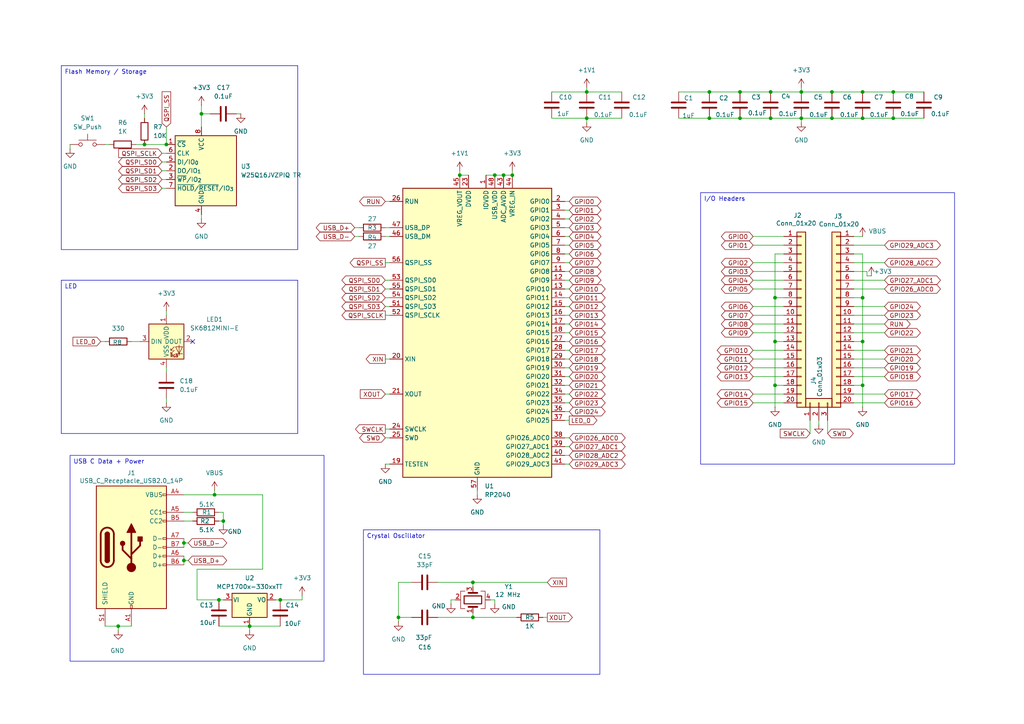
<source format=kicad_sch>
(kicad_sch (version 20250114) (generator "eeschema") (generator_version "9.0")
  (paper "A4")
  (lib_symbols
    (symbol "Connector:USB_C_Receptacle_USB2.0_14P" (pin_names (offset 1.016))
      (property "Reference" "J" (at 0 22.225 0))
      (property "Value" "USB_C_Receptacle_USB2.0_14P" (at 0 19.685 0))
      (symbol "USB_C_Receptacle_USB2.0_14P_1_1"
        (pin passive line (at -7.62 -22.86 90) (length 5.08) (name "SHIELD") (number "S1"))
        (pin passive line (at 0 -22.86 90) (length 5.08) (name "GND") (number "A1"))
        (pin passive line (at 0 -22.86 90) (length 5.08) (hide yes) (name "GND") (number "A12"))
        (pin passive line (at 0 -22.86 90) (length 5.08) (hide yes) (name "GND") (number "B1"))
        (pin passive line (at 0 -22.86 90) (length 5.08) (hide yes) (name "GND") (number "B12"))
        (pin passive line (at 15.24 15.24 180) (length 5.08) (name "VBUS") (number "A4"))
        (pin passive line (at 15.24 15.24 180) (length 5.08) (hide yes) (name "VBUS") (number "A9"))
        (pin passive line (at 15.24 15.24 180) (length 5.08) (hide yes) (name "VBUS") (number "B4"))
        (pin passive line (at 15.24 15.24 180) (length 5.08) (hide yes) (name "VBUS") (number "B9"))
        (pin bidirectional line (at 15.24 10.16 180) (length 5.08) (name "CC1") (number "A5"))
        (pin bidirectional line (at 15.24 7.62 180) (length 5.08) (name "CC2") (number "B5"))
        (pin bidirectional line (at 15.24 2.54 180) (length 5.08) (name "D-") (number "A7"))
        (pin bidirectional line (at 15.24 0 180) (length 5.08) (name "D-") (number "B7"))
        (pin bidirectional line (at 15.24 -2.54 180) (length 5.08) (name "D+") (number "A6"))
        (pin bidirectional line (at 15.24 -5.08 180) (length 5.08) (name "D+") (number "B6"))
      )
    )
    (symbol "Connector_Generic:Conn_01x03" (pin_names (offset 1.016) (hide yes))
      (property "Reference" "J" (at 0 5.08 0))
      (property "Value" "Conn_01x03" (at 0 -5.08 0))
      (symbol "Conn_01x03_1_1"
        (pin passive line (at -5.08 2.54 0) (length 3.81) (name "Pin_1") (number "1"))
        (pin passive line (at -5.08 0 0) (length 3.81) (name "Pin_2") (number "2"))
        (pin passive line (at -5.08 -2.54 0) (length 3.81) (name "Pin_3") (number "3"))
      )
    )
    (symbol "Connector_Generic:Conn_01x20" (pin_names (offset 1.016) (hide yes))
      (property "Reference" "J" (at 0 25.4 0))
      (property "Value" "Conn_01x20" (at 0 -27.94 0))
      (symbol "Conn_01x20_1_1"
        (pin passive line (at -5.08 22.86 0) (length 3.81) (name "Pin_1") (number "1"))
        (pin passive line (at -5.08 20.32 0) (length 3.81) (name "Pin_2") (number "2"))
        (pin passive line (at -5.08 17.78 0) (length 3.81) (name "Pin_3") (number "3"))
        (pin passive line (at -5.08 15.24 0) (length 3.81) (name "Pin_4") (number "4"))
        (pin passive line (at -5.08 12.7 0) (length 3.81) (name "Pin_5") (number "5"))
        (pin passive line (at -5.08 10.16 0) (length 3.81) (name "Pin_6") (number "6"))
        (pin passive line (at -5.08 7.62 0) (length 3.81) (name "Pin_7") (number "7"))
        (pin passive line (at -5.08 5.08 0) (length 3.81) (name "Pin_8") (number "8"))
        (pin passive line (at -5.08 2.54 0) (length 3.81) (name "Pin_9") (number "9"))
        (pin passive line (at -5.08 0 0) (length 3.81) (name "Pin_10") (number "10"))
        (pin passive line (at -5.08 -2.54 0) (length 3.81) (name "Pin_11") (number "11"))
        (pin passive line (at -5.08 -5.08 0) (length 3.81) (name "Pin_12") (number "12"))
        (pin passive line (at -5.08 -7.62 0) (length 3.81) (name "Pin_13") (number "13"))
        (pin passive line (at -5.08 -10.16 0) (length 3.81) (name "Pin_14") (number "14"))
        (pin passive line (at -5.08 -12.7 0) (length 3.81) (name "Pin_15") (number "15"))
        (pin passive line (at -5.08 -15.24 0) (length 3.81) (name "Pin_16") (number "16"))
        (pin passive line (at -5.08 -17.78 0) (length 3.81) (name "Pin_17") (number "17"))
        (pin passive line (at -5.08 -20.32 0) (length 3.81) (name "Pin_18") (number "18"))
        (pin passive line (at -5.08 -22.86 0) (length 3.81) (name "Pin_19") (number "19"))
        (pin passive line (at -5.08 -25.4 0) (length 3.81) (name "Pin_20") (number "20"))
      )
    )
    (symbol "Device:C" (pin_numbers (hide yes)) (pin_names (offset 0.254))
      (property "Reference" "C" (at 0.635 2.54 0))
      (property "Value" "C" (at 0.635 -2.54 0))
      (symbol "C_1_1"
        (pin passive line (at 0 3.81 270) (length 2.794) (name "~") (number "1"))
        (pin passive line (at 0 -3.81 90) (length 2.794) (name "~") (number "2"))
      )
    )
    (symbol "Device:Crystal_GND24" (pin_names (offset 1.016) (hide yes))
      (property "Reference" "Y" (at 3.175 5.08 0))
      (property "Value" "Crystal_GND24" (at 3.175 3.175 0))
      (symbol "Crystal_GND24_1_1"
        (pin passive line (at -3.81 0 0) (length 1.27) (name "1") (number "1"))
        (pin passive line (at 0 5.08 270) (length 1.27) (name "2") (number "2"))
        (pin passive line (at 0 -5.08 90) (length 1.27) (name "4") (number "4"))
        (pin passive line (at 3.81 0 180) (length 1.27) (name "3") (number "3"))
      )
    )
    (symbol "Device:R" (pin_numbers (hide yes)) (pin_names (offset 0))
      (property "Reference" "R" (at 2.032 0 90))
      (property "Value" "R" (at 0 0 90))
      (symbol "R_1_1"
        (pin passive line (at 0 3.81 270) (length 1.27) (name "~") (number "1"))
        (pin passive line (at 0 -3.81 90) (length 1.27) (name "~") (number "2"))
      )
    )
    (symbol "MCU_RaspberryPi:RP2040"
      (property "Reference" "U" (at 17.78 45.72 0))
      (property "Value" "RP2040" (at 17.78 43.18 0))
      (symbol "RP2040_1_1"
        (pin input line (at -25.4 38.1 0) (length 3.81) (name "RUN") (number "26"))
        (pin bidirectional line (at -25.4 30.48 0) (length 3.81) (name "USB_DP") (number "47"))
        (pin bidirectional line (at -25.4 27.94 0) (length 3.81) (name "USB_DM") (number "46"))
        (pin bidirectional line (at -25.4 20.32 0) (length 3.81) (name "QSPI_SS") (number "56"))
        (pin bidirectional line (at -25.4 15.24 0) (length 3.81) (name "QSPI_SD0") (number "53"))
        (pin bidirectional line (at -25.4 12.7 0) (length 3.81) (name "QSPI_SD1") (number "55"))
        (pin bidirectional line (at -25.4 10.16 0) (length 3.81) (name "QSPI_SD2") (number "54"))
        (pin bidirectional line (at -25.4 7.62 0) (length 3.81) (name "QSPI_SD3") (number "51"))
        (pin output line (at -25.4 5.08 0) (length 3.81) (name "QSPI_SCLK") (number "52"))
        (pin input line (at -25.4 -7.62 0) (length 3.81) (name "XIN") (number "20"))
        (pin passive line (at -25.4 -17.78 0) (length 3.81) (name "XOUT") (number "21"))
        (pin input line (at -25.4 -27.94 0) (length 3.81) (name "SWCLK") (number "24"))
        (pin bidirectional line (at -25.4 -30.48 0) (length 3.81) (name "SWD") (number "25"))
        (pin input line (at -25.4 -38.1 0) (length 3.81) (name "TESTEN") (number "19"))
        (pin power_out line (at -5.08 45.72 270) (length 3.81) (name "VREG_VOUT") (number "45"))
        (pin power_in line (at -2.54 45.72 270) (length 3.81) (name "DVDD") (number "23"))
        (pin passive line (at -2.54 45.72 270) (length 3.81) (hide yes) (name "DVDD") (number "50"))
        (pin power_in line (at 0 -45.72 90) (length 3.81) (name "GND") (number "57"))
        (pin power_in line (at 2.54 45.72 270) (length 3.81) (name "IOVDD") (number "1"))
        (pin passive line (at 2.54 45.72 270) (length 3.81) (hide yes) (name "IOVDD") (number "10"))
        (pin passive line (at 2.54 45.72 270) (length 3.81) (hide yes) (name "IOVDD") (number "22"))
        (pin passive line (at 2.54 45.72 270) (length 3.81) (hide yes) (name "IOVDD") (number "33"))
        (pin passive line (at 2.54 45.72 270) (length 3.81) (hide yes) (name "IOVDD") (number "42"))
        (pin passive line (at 2.54 45.72 270) (length 3.81) (hide yes) (name "IOVDD") (number "49"))
        (pin power_in line (at 5.08 45.72 270) (length 3.81) (name "USB_VDD") (number "48"))
        (pin power_in line (at 7.62 45.72 270) (length 3.81) (name "ADC_AVDD") (number "43"))
        (pin power_in line (at 10.16 45.72 270) (length 3.81) (name "VREG_IN") (number "44"))
        (pin bidirectional line (at 25.4 38.1 180) (length 3.81) (name "GPIO0") (number "2"))
        (pin bidirectional line (at 25.4 35.56 180) (length 3.81) (name "GPIO1") (number "3"))
        (pin bidirectional line (at 25.4 33.02 180) (length 3.81) (name "GPIO2") (number "4"))
        (pin bidirectional line (at 25.4 30.48 180) (length 3.81) (name "GPIO3") (number "5"))
        (pin bidirectional line (at 25.4 27.94 180) (length 3.81) (name "GPIO4") (number "6"))
        (pin bidirectional line (at 25.4 25.4 180) (length 3.81) (name "GPIO5") (number "7"))
        (pin bidirectional line (at 25.4 22.86 180) (length 3.81) (name "GPIO6") (number "8"))
        (pin bidirectional line (at 25.4 20.32 180) (length 3.81) (name "GPIO7") (number "9"))
        (pin bidirectional line (at 25.4 17.78 180) (length 3.81) (name "GPIO8") (number "11"))
        (pin bidirectional line (at 25.4 15.24 180) (length 3.81) (name "GPIO9") (number "12"))
        (pin bidirectional line (at 25.4 12.7 180) (length 3.81) (name "GPIO10") (number "13"))
        (pin bidirectional line (at 25.4 10.16 180) (length 3.81) (name "GPIO11") (number "14"))
        (pin bidirectional line (at 25.4 7.62 180) (length 3.81) (name "GPIO12") (number "15"))
        (pin bidirectional line (at 25.4 5.08 180) (length 3.81) (name "GPIO13") (number "16"))
        (pin bidirectional line (at 25.4 2.54 180) (length 3.81) (name "GPIO14") (number "17"))
        (pin bidirectional line (at 25.4 0 180) (length 3.81) (name "GPIO15") (number "18"))
        (pin bidirectional line (at 25.4 -2.54 180) (length 3.81) (name "GPIO16") (number "27"))
        (pin bidirectional line (at 25.4 -5.08 180) (length 3.81) (name "GPIO17") (number "28"))
        (pin bidirectional line (at 25.4 -7.62 180) (length 3.81) (name "GPIO18") (number "29"))
        (pin bidirectional line (at 25.4 -10.16 180) (length 3.81) (name "GPIO19") (number "30"))
        (pin bidirectional line (at 25.4 -12.7 180) (length 3.81) (name "GPIO20") (number "31"))
        (pin bidirectional line (at 25.4 -15.24 180) (length 3.81) (name "GPIO21") (number "32"))
        (pin bidirectional line (at 25.4 -17.78 180) (length 3.81) (name "GPIO22") (number "34"))
        (pin bidirectional line (at 25.4 -20.32 180) (length 3.81) (name "GPIO23") (number "35"))
        (pin bidirectional line (at 25.4 -22.86 180) (length 3.81) (name "GPIO24") (number "36"))
        (pin bidirectional line (at 25.4 -25.4 180) (length 3.81) (name "GPIO25") (number "37"))
        (pin bidirectional line (at 25.4 -30.48 180) (length 3.81) (name "GPIO26_ADC0") (number "38"))
        (pin bidirectional line (at 25.4 -33.02 180) (length 3.81) (name "GPIO27_ADC1") (number "39"))
        (pin bidirectional line (at 25.4 -35.56 180) (length 3.81) (name "GPIO28_ADC2") (number "40"))
        (pin bidirectional line (at 25.4 -38.1 180) (length 3.81) (name "GPIO29_ADC3") (number "41"))
      )
    )
    (symbol "Memory_Flash:W25Q128JVS"
      (property "Reference" "U" (at -6.35 11.43 0))
      (property "Value" "W25Q128JVS" (at 7.62 11.43 0))
      (symbol "W25Q128JVS_1_1"
        (pin input line (at -10.16 7.62 0) (length 2.54) (name "~{CS}") (number "1"))
        (pin input line (at -10.16 5.08 0) (length 2.54) (name "CLK") (number "6"))
        (pin bidirectional line (at -10.16 2.54 0) (length 2.54) (name "DI/IO_{0}") (number "5"))
        (pin bidirectional line (at -10.16 0 0) (length 2.54) (name "DO/IO_{1}") (number "2"))
        (pin bidirectional line (at -10.16 -2.54 0) (length 2.54) (name "~{WP}/IO_{2}") (number "3"))
        (pin bidirectional line (at -10.16 -5.08 0) (length 2.54) (name "~{HOLD}/~{RESET}/IO_{3}") (number "7"))
        (pin power_in line (at 0 12.7 270) (length 2.54) (name "VCC") (number "8"))
        (pin power_in line (at 0 -12.7 90) (length 2.54) (name "GND") (number "4"))
      )
    )
    (symbol "PCM_marbastlib-various:SK6812MINI-E"
      (property "Reference" "LED" (at 2.54 6.35 0))
      (property "Value" "SK6812MINI-E" (at 7.62 -6.35 0))
      (symbol "SK6812MINI-E_0_0"
        (text "RGB" (at 2.286 -4.191 0) (effects (font (size 0.762 0.762))))
      )
      (symbol "SK6812MINI-E_1_1"
        (pin input line (at -7.62 0 0) (length 2.54) (name "DIN") (number "3"))
        (pin power_in line (at 0 7.62 270) (length 2.54) (name "VDD") (number "1"))
        (pin power_in line (at 0 -7.62 90) (length 2.54) (name "VSS") (number "4"))
        (pin output line (at 7.62 0 180) (length 2.54) (name "DOUT") (number "2"))
      )
    )
    (symbol "Regulator_Linear:MCP1700x-330xxTT" (pin_names (offset 0.254))
      (property "Reference" "U" (at -3.81 3.175 0))
      (property "Value" "MCP1700x-330xxTT" (at 0 3.175 0))
      (symbol "MCP1700x-330xxTT_1_1"
        (pin power_in line (at -7.62 0 0) (length 2.54) (name "VI") (number "3"))
        (pin power_in line (at 0 -7.62 90) (length 2.54) (name "GND") (number "1"))
        (pin power_out line (at 7.62 0 180) (length 2.54) (name "VO") (number "2"))
      )
    )
    (symbol "Switch:SW_Push" (pin_numbers (hide yes)) (pin_names (offset 1.016) (hide yes))
      (property "Reference" "SW" (at 1.27 2.54 0))
      (property "Value" "SW_Push" (at 0 -1.524 0))
      (symbol "SW_Push_0_1"
        (pin passive line (at -5.08 0 0) (length 2.54) (name "1") (number "1"))
        (pin passive line (at 5.08 0 180) (length 2.54) (name "2") (number "2"))
      )
    )
    (symbol "power:+1V1" (power) (pin_numbers (hide yes)) (pin_names (offset 0) (hide yes))
      (property "Value" "+1V1" (at 0 3.556 0))
      (symbol "+1V1_1_1"
        (pin power_in line (at 0 0 90) (length 0) (name "~") (number "1"))
      )
    )
    (symbol "power:+3V3" (power) (pin_numbers (hide yes)) (pin_names (offset 0) (hide yes))
      (property "Value" "+3V3" (at 0 3.556 0))
      (symbol "+3V3_1_1"
        (pin power_in line (at 0 0 90) (length 0) (name "~") (number "1"))
      )
    )
    (symbol "power:GND" (power) (pin_numbers (hide yes)) (pin_names (offset 0) (hide yes))
      (property "Value" "GND" (at 0 -3.81 0))
      (symbol "GND_1_1"
        (pin power_in line (at 0 0 270) (length 0) (name "~") (number "1"))
      )
    )
    (symbol "power:VBUS" (power) (pin_numbers (hide yes)) (pin_names (offset 0) (hide yes))
      (property "Value" "VBUS" (at 0 3.556 0))
      (symbol "VBUS_1_1"
        (pin power_in line (at 0 0 90) (length 0) (name "~") (number "1"))
      )
    )
  )
  (text_box "Crystal Oscillator" (at 105.41 153.67 0) (size 68.58 41.91) (margins 0.9525 0.9525 0.9525 0.9525) (effects (font (size 1.27 1.27)) (justify left top)))
  (text_box "Flash Memory / Storage" (at 17.78 19.05 0) (size 68.58 53.34) (margins 0.9525 0.9525 0.9525 0.9525) (effects (font (size 1.27 1.27)) (justify left top)))
  (text_box "I/O Headers" (at 203.2 55.88 0) (size 73.66 78.74) (margins 0.9525 0.9525 0.9525 0.9525) (effects (font (size 1.27 1.27)) (justify left top)))
  (text_box "USB C Data + Power" (at 20.32 132.08 0) (size 73.66 59.69) (margins 0.9525 0.9525 0.9525 0.9525) (effects (font (size 1.27 1.27)) (justify left top)))
  (text_box "LED" (at 17.78 81.28 0) (size 68.58 44.45) (margins 0.9525 0.9525 0.9525 0.9525) (effects (font (size 1.27 1.27)) (justify left top)))
  (junction (at 223.52 26.67))
  (junction (at 133.35 50.8))
  (junction (at 214.63 26.67))
  (junction (at 143.51 50.8))
  (junction (at 148.59 50.8))
  (junction (at 224.79 86.36))
  (junction (at 250.19 111.76))
  (junction (at 250.19 34.29))
  (junction (at 81.28 173.99))
  (junction (at 62.23 143.51))
  (junction (at 241.3 26.67))
  (junction (at 64.77 151.13))
  (junction (at 170.18 26.67))
  (junction (at 34.29 181.61))
  (junction (at 170.18 34.29))
  (junction (at 53.34 157.48))
  (junction (at 137.16 179.07))
  (junction (at 250.19 99.06))
  (junction (at 232.41 26.67))
  (junction (at 48.26 41.91))
  (junction (at 214.63 34.29))
  (junction (at 250.19 26.67))
  (junction (at 115.57 179.07))
  (junction (at 259.08 26.67))
  (junction (at 205.74 26.67))
  (junction (at 205.74 34.29))
  (junction (at 250.19 86.36))
  (junction (at 146.05 50.8))
  (junction (at 41.91 41.91))
  (junction (at 72.39 181.61))
  (junction (at 232.41 34.29))
  (junction (at 137.16 168.91))
  (junction (at 259.08 34.29))
  (junction (at 224.79 111.76))
  (junction (at 53.34 162.56))
  (junction (at 63.5 173.99))
  (junction (at 224.79 99.06))
  (junction (at 223.52 34.29))
  (junction (at 58.42 33.02))
  (junction (at 241.3 34.29))
  (no_connect (at 55.88 99.06))
  (wire (pts (xy 163.83 96.52) (xy 165.1 96.52)))
  (wire (pts (xy 163.83 114.3) (xy 165.1 114.3)))
  (wire (pts (xy 247.65 109.22) (xy 256.54 109.22)))
  (wire (pts (xy 224.79 73.66) (xy 224.79 86.36)))
  (wire (pts (xy 143.51 173.99) (xy 142.24 173.99)))
  (wire (pts (xy 250.19 86.36) (xy 250.19 99.06)))
  (wire (pts (xy 241.3 26.67) (xy 250.19 26.67)))
  (wire (pts (xy 119.38 168.91) (xy 115.57 168.91)))
  (wire (pts (xy 240.03 121.92) (xy 240.03 125.73)))
  (wire (pts (xy 137.16 168.91) (xy 137.16 170.18)))
  (wire (pts (xy 58.42 30.48) (xy 58.42 33.02)))
  (wire (pts (xy 163.83 76.2) (xy 165.1 76.2)))
  (wire (pts (xy 224.79 99.06) (xy 227.33 99.06)))
  (wire (pts (xy 115.57 179.07) (xy 119.38 179.07)))
  (wire (pts (xy 170.18 34.29) (xy 170.18 35.56)))
  (wire (pts (xy 62.23 143.51) (xy 76.2 143.51)))
  (wire (pts (xy 163.83 119.38) (xy 165.1 119.38)))
  (wire (pts (xy 218.44 93.98) (xy 227.33 93.98)))
  (wire (pts (xy 224.79 99.06) (xy 224.79 111.76)))
  (wire (pts (xy 250.19 26.67) (xy 259.08 26.67)))
  (wire (pts (xy 205.74 34.29) (xy 214.63 34.29)))
  (wire (pts (xy 259.08 34.29) (xy 267.97 34.29)))
  (wire (pts (xy 102.87 68.58) (xy 104.14 68.58)))
  (wire (pts (xy 241.3 34.29) (xy 250.19 34.29)))
  (wire (pts (xy 247.65 114.3) (xy 256.54 114.3)))
  (wire (pts (xy 53.34 156.21) (xy 53.34 157.48)))
  (wire (pts (xy 143.51 175.26) (xy 143.51 173.99)))
  (wire (pts (xy 163.83 86.36) (xy 165.1 86.36)))
  (wire (pts (xy 247.65 88.9) (xy 256.54 88.9)))
  (wire (pts (xy 111.76 76.2) (xy 113.03 76.2)))
  (wire (pts (xy 111.76 66.04) (xy 113.03 66.04)))
  (wire (pts (xy 247.65 96.52) (xy 256.54 96.52)))
  (wire (pts (xy 247.65 71.12) (xy 256.54 71.12)))
  (wire (pts (xy 102.87 66.04) (xy 104.14 66.04)))
  (wire (pts (xy 76.2 165.1) (xy 57.15 165.1)))
  (wire (pts (xy 46.99 46.99) (xy 48.26 46.99)))
  (wire (pts (xy 111.76 58.42) (xy 113.03 58.42)))
  (wire (pts (xy 227.33 73.66) (xy 224.79 73.66)))
  (wire (pts (xy 58.42 62.23) (xy 58.42 63.5)))
  (wire (pts (xy 218.44 116.84) (xy 227.33 116.84)))
  (wire (pts (xy 111.76 124.46) (xy 113.03 124.46)))
  (wire (pts (xy 111.76 104.14) (xy 113.03 104.14)))
  (wire (pts (xy 137.16 179.07) (xy 149.86 179.07)))
  (wire (pts (xy 163.83 73.66) (xy 165.1 73.66)))
  (wire (pts (xy 232.41 34.29) (xy 241.3 34.29)))
  (wire (pts (xy 63.5 181.61) (xy 72.39 181.61)))
  (wire (pts (xy 163.83 88.9) (xy 165.1 88.9)))
  (wire (pts (xy 132.08 173.99) (xy 130.81 173.99)))
  (wire (pts (xy 247.65 104.14) (xy 256.54 104.14)))
  (wire (pts (xy 34.29 181.61) (xy 34.29 182.88)))
  (wire (pts (xy 53.34 161.29) (xy 53.34 162.56)))
  (wire (pts (xy 196.85 26.67) (xy 205.74 26.67)))
  (wire (pts (xy 143.51 50.8) (xy 146.05 50.8)))
  (wire (pts (xy 218.44 68.58) (xy 227.33 68.58)))
  (wire (pts (xy 247.65 68.58) (xy 250.19 68.58)))
  (wire (pts (xy 148.59 49.53) (xy 148.59 50.8)))
  (wire (pts (xy 53.34 157.48) (xy 53.34 158.75)))
  (wire (pts (xy 63.5 148.59) (xy 64.77 148.59)))
  (wire (pts (xy 218.44 88.9) (xy 227.33 88.9)))
  (wire (pts (xy 247.65 78.74) (xy 251.46 78.74)))
  (wire (pts (xy 63.5 151.13) (xy 64.77 151.13)))
  (wire (pts (xy 72.39 181.61) (xy 81.28 181.61)))
  (wire (pts (xy 250.19 99.06) (xy 250.19 111.76)))
  (wire (pts (xy 247.65 106.68) (xy 256.54 106.68)))
  (wire (pts (xy 247.65 111.76) (xy 250.19 111.76)))
  (wire (pts (xy 111.76 88.9) (xy 113.03 88.9)))
  (wire (pts (xy 41.91 41.91) (xy 48.26 41.91)))
  (wire (pts (xy 251.46 78.74) (xy 251.46 80.01)))
  (wire (pts (xy 247.65 116.84) (xy 256.54 116.84)))
  (wire (pts (xy 259.08 26.67) (xy 267.97 26.67)))
  (wire (pts (xy 223.52 34.29) (xy 232.41 34.29)))
  (wire (pts (xy 163.83 106.68) (xy 165.1 106.68)))
  (wire (pts (xy 137.16 179.07) (xy 137.16 177.8)))
  (wire (pts (xy 68.58 33.02) (xy 69.85 33.02)))
  (wire (pts (xy 232.41 25.4) (xy 232.41 26.67)))
  (wire (pts (xy 38.1 99.06) (xy 40.64 99.06)))
  (wire (pts (xy 72.39 181.61) (xy 72.39 182.88)))
  (wire (pts (xy 163.83 132.08) (xy 165.1 132.08)))
  (wire (pts (xy 53.34 162.56) (xy 54.61 162.56)))
  (wire (pts (xy 224.79 86.36) (xy 227.33 86.36)))
  (wire (pts (xy 163.83 78.74) (xy 165.1 78.74)))
  (wire (pts (xy 218.44 83.82) (xy 227.33 83.82)))
  (wire (pts (xy 196.85 34.29) (xy 205.74 34.29)))
  (wire (pts (xy 218.44 91.44) (xy 227.33 91.44)))
  (wire (pts (xy 53.34 157.48) (xy 54.61 157.48)))
  (wire (pts (xy 163.83 81.28) (xy 165.1 81.28)))
  (wire (pts (xy 111.76 134.62) (xy 113.03 134.62)))
  (wire (pts (xy 48.26 115.57) (xy 48.26 116.84)))
  (wire (pts (xy 48.26 36.83) (xy 48.26 41.91)))
  (wire (pts (xy 234.95 121.92) (xy 234.95 125.73)))
  (wire (pts (xy 53.34 162.56) (xy 53.34 163.83)))
  (wire (pts (xy 111.76 114.3) (xy 113.03 114.3)))
  (wire (pts (xy 247.65 86.36) (xy 250.19 86.36)))
  (wire (pts (xy 80.01 173.99) (xy 81.28 173.99)))
  (wire (pts (xy 232.41 34.29) (xy 232.41 35.56)))
  (wire (pts (xy 53.34 143.51) (xy 62.23 143.51)))
  (wire (pts (xy 29.21 99.06) (xy 30.48 99.06)))
  (wire (pts (xy 64.77 148.59) (xy 64.77 151.13)))
  (wire (pts (xy 111.76 68.58) (xy 113.03 68.58)))
  (wire (pts (xy 170.18 26.67) (xy 180.34 26.67)))
  (wire (pts (xy 218.44 81.28) (xy 227.33 81.28)))
  (wire (pts (xy 163.83 66.04) (xy 165.1 66.04)))
  (wire (pts (xy 218.44 78.74) (xy 227.33 78.74)))
  (wire (pts (xy 218.44 96.52) (xy 227.33 96.52)))
  (wire (pts (xy 163.83 71.12) (xy 165.1 71.12)))
  (wire (pts (xy 165.1 121.92) (xy 163.83 121.92)))
  (wire (pts (xy 53.34 148.59) (xy 55.88 148.59)))
  (wire (pts (xy 163.83 91.44) (xy 165.1 91.44)))
  (wire (pts (xy 163.83 63.5) (xy 165.1 63.5)))
  (wire (pts (xy 247.65 73.66) (xy 250.19 73.66)))
  (wire (pts (xy 62.23 142.24) (xy 62.23 143.51)))
  (wire (pts (xy 58.42 33.02) (xy 58.42 36.83)))
  (wire (pts (xy 127 168.91) (xy 137.16 168.91)))
  (wire (pts (xy 224.79 86.36) (xy 224.79 99.06)))
  (wire (pts (xy 163.83 109.22) (xy 165.1 109.22)))
  (wire (pts (xy 130.81 173.99) (xy 130.81 175.26)))
  (wire (pts (xy 34.29 181.61) (xy 38.1 181.61)))
  (wire (pts (xy 170.18 34.29) (xy 180.34 34.29)))
  (wire (pts (xy 218.44 71.12) (xy 227.33 71.12)))
  (wire (pts (xy 224.79 111.76) (xy 224.79 118.11)))
  (wire (pts (xy 251.46 80.01) (xy 252.73 80.01)))
  (wire (pts (xy 87.63 172.72) (xy 87.63 173.99)))
  (wire (pts (xy 81.28 173.99) (xy 87.63 173.99)))
  (wire (pts (xy 163.83 134.62) (xy 165.1 134.62)))
  (wire (pts (xy 223.52 26.67) (xy 232.41 26.67)))
  (wire (pts (xy 163.83 116.84) (xy 165.1 116.84)))
  (wire (pts (xy 247.65 81.28) (xy 256.54 81.28)))
  (wire (pts (xy 218.44 101.6) (xy 227.33 101.6)))
  (wire (pts (xy 53.34 151.13) (xy 55.88 151.13)))
  (wire (pts (xy 137.16 168.91) (xy 158.75 168.91)))
  (wire (pts (xy 46.99 54.61) (xy 48.26 54.61)))
  (wire (pts (xy 247.65 99.06) (xy 250.19 99.06)))
  (wire (pts (xy 20.32 41.91) (xy 20.32 43.18)))
  (wire (pts (xy 163.83 104.14) (xy 165.1 104.14)))
  (wire (pts (xy 111.76 127) (xy 113.03 127)))
  (wire (pts (xy 48.26 90.17) (xy 48.26 91.44)))
  (wire (pts (xy 63.5 173.99) (xy 64.77 173.99)))
  (wire (pts (xy 57.15 165.1) (xy 57.15 173.99)))
  (wire (pts (xy 64.77 151.13) (xy 64.77 152.4)))
  (wire (pts (xy 160.02 26.67) (xy 170.18 26.67)))
  (wire (pts (xy 232.41 26.67) (xy 241.3 26.67)))
  (wire (pts (xy 160.02 34.29) (xy 170.18 34.29)))
  (wire (pts (xy 247.65 101.6) (xy 256.54 101.6)))
  (wire (pts (xy 163.83 93.98) (xy 165.1 93.98)))
  (wire (pts (xy 214.63 26.67) (xy 223.52 26.67)))
  (wire (pts (xy 218.44 106.68) (xy 227.33 106.68)))
  (wire (pts (xy 115.57 168.91) (xy 115.57 179.07)))
  (wire (pts (xy 218.44 114.3) (xy 227.33 114.3)))
  (wire (pts (xy 111.76 86.36) (xy 113.03 86.36)))
  (wire (pts (xy 163.83 99.06) (xy 165.1 99.06)))
  (wire (pts (xy 76.2 143.51) (xy 76.2 165.1)))
  (wire (pts (xy 250.19 73.66) (xy 250.19 86.36)))
  (wire (pts (xy 218.44 109.22) (xy 227.33 109.22)))
  (wire (pts (xy 247.65 91.44) (xy 256.54 91.44)))
  (wire (pts (xy 170.18 25.4) (xy 170.18 26.67)))
  (wire (pts (xy 250.19 34.29) (xy 259.08 34.29)))
  (wire (pts (xy 218.44 76.2) (xy 227.33 76.2)))
  (wire (pts (xy 247.65 93.98) (xy 256.54 93.98)))
  (wire (pts (xy 163.83 83.82) (xy 165.1 83.82)))
  (wire (pts (xy 146.05 50.8) (xy 148.59 50.8)))
  (wire (pts (xy 111.76 91.44) (xy 113.03 91.44)))
  (wire (pts (xy 46.99 44.45) (xy 48.26 44.45)))
  (wire (pts (xy 163.83 101.6) (xy 165.1 101.6)))
  (wire (pts (xy 157.48 179.07) (xy 158.75 179.07)))
  (wire (pts (xy 41.91 33.02) (xy 41.91 34.29)))
  (wire (pts (xy 163.83 129.54) (xy 165.1 129.54)))
  (wire (pts (xy 250.19 111.76) (xy 250.19 118.11)))
  (wire (pts (xy 140.97 50.8) (xy 143.51 50.8)))
  (wire (pts (xy 218.44 104.14) (xy 227.33 104.14)))
  (wire (pts (xy 46.99 49.53) (xy 48.26 49.53)))
  (wire (pts (xy 48.26 106.68) (xy 48.26 107.95)))
  (wire (pts (xy 111.76 81.28) (xy 113.03 81.28)))
  (wire (pts (xy 57.15 173.99) (xy 63.5 173.99)))
  (wire (pts (xy 247.65 76.2) (xy 256.54 76.2)))
  (wire (pts (xy 224.79 111.76) (xy 227.33 111.76)))
  (wire (pts (xy 127 179.07) (xy 137.16 179.07)))
  (wire (pts (xy 214.63 34.29) (xy 223.52 34.29)))
  (wire (pts (xy 163.83 127) (xy 165.1 127)))
  (wire (pts (xy 247.65 83.82) (xy 256.54 83.82)))
  (wire (pts (xy 163.83 68.58) (xy 165.1 68.58)))
  (wire (pts (xy 115.57 179.07) (xy 115.57 180.34)))
  (wire (pts (xy 133.35 50.8) (xy 135.89 50.8)))
  (wire (pts (xy 58.42 33.02) (xy 60.96 33.02)))
  (wire (pts (xy 30.48 181.61) (xy 34.29 181.61)))
  (wire (pts (xy 39.37 41.91) (xy 41.91 41.91)))
  (wire (pts (xy 133.35 49.53) (xy 133.35 50.8)))
  (wire (pts (xy 111.76 83.82) (xy 113.03 83.82)))
  (wire (pts (xy 237.49 121.92) (xy 237.49 123.19)))
  (wire (pts (xy 138.43 142.24) (xy 138.43 143.51)))
  (wire (pts (xy 163.83 58.42) (xy 165.1 58.42)))
  (wire (pts (xy 30.48 41.91) (xy 31.75 41.91)))
  (wire (pts (xy 163.83 60.96) (xy 165.1 60.96)))
  (wire (pts (xy 205.74 26.67) (xy 214.63 26.67)))
  (wire (pts (xy 163.83 111.76) (xy 165.1 111.76)))
  (wire (pts (xy 46.99 52.07) (xy 48.26 52.07)))
  (global_label "GPIO7" (shape bidirectional) (at 218.44 91.44 180) (property "Intersheetrefs" "${INTERSHEET_REFS}" (effects (hide yes))))
  (global_label "GPIO22" (shape bidirectional) (at 165.1 114.3 0) (property "Intersheetrefs" "${INTERSHEET_REFS}" (effects (hide yes))))
  (global_label "GPIO14" (shape bidirectional) (at 218.44 114.3 180) (property "Intersheetrefs" "${INTERSHEET_REFS}" (effects (hide yes))))
  (global_label "GPIO13" (shape bidirectional) (at 165.1 91.44 0) (property "Intersheetrefs" "${INTERSHEET_REFS}" (effects (hide yes))))
  (global_label "QSPI_SS" (shape input) (at 48.26 36.83 90) (property "Intersheetrefs" "${INTERSHEET_REFS}" (effects (hide yes))))
  (global_label "GPIO26_ADC0" (shape bidirectional) (at 256.54 83.82 0) (property "Intersheetrefs" "${INTERSHEET_REFS}" (effects (hide yes))))
  (global_label "GPIO8" (shape bidirectional) (at 165.1 78.74 0) (property "Intersheetrefs" "${INTERSHEET_REFS}" (effects (hide yes))))
  (global_label "GPIO28_ADC2" (shape bidirectional) (at 165.1 132.08 0) (property "Intersheetrefs" "${INTERSHEET_REFS}" (effects (hide yes))))
  (global_label "LED_0" (shape output) (at 165.1 121.92 0) (property "Intersheetrefs" "${INTERSHEET_REFS}" (effects (hide yes))))
  (global_label "GPIO11" (shape bidirectional) (at 218.44 104.14 180) (property "Intersheetrefs" "${INTERSHEET_REFS}" (effects (hide yes))))
  (global_label "GPIO12" (shape bidirectional) (at 165.1 88.9 0) (property "Intersheetrefs" "${INTERSHEET_REFS}" (effects (hide yes))))
  (global_label "GPIO20" (shape bidirectional) (at 165.1 109.22 0) (property "Intersheetrefs" "${INTERSHEET_REFS}" (effects (hide yes))))
  (global_label "QSPI_SD2" (shape bidirectional) (at 111.76 86.36 180) (property "Intersheetrefs" "${INTERSHEET_REFS}" (effects (hide yes))))
  (global_label "QSPI_SD1" (shape bidirectional) (at 111.76 83.82 180) (property "Intersheetrefs" "${INTERSHEET_REFS}" (effects (hide yes))))
  (global_label "GPIO10" (shape bidirectional) (at 165.1 83.82 0) (property "Intersheetrefs" "${INTERSHEET_REFS}" (effects (hide yes))))
  (global_label "GPIO17" (shape bidirectional) (at 256.54 114.3 0) (property "Intersheetrefs" "${INTERSHEET_REFS}" (effects (hide yes))))
  (global_label "GPIO11" (shape bidirectional) (at 165.1 86.36 0) (property "Intersheetrefs" "${INTERSHEET_REFS}" (effects (hide yes))))
  (global_label "GPIO12" (shape bidirectional) (at 218.44 106.68 180) (property "Intersheetrefs" "${INTERSHEET_REFS}" (effects (hide yes))))
  (global_label "GPIO5" (shape bidirectional) (at 218.44 83.82 180) (property "Intersheetrefs" "${INTERSHEET_REFS}" (effects (hide yes))))
  (global_label "GPIO6" (shape bidirectional) (at 218.44 88.9 180) (property "Intersheetrefs" "${INTERSHEET_REFS}" (effects (hide yes))))
  (global_label "GPIO8" (shape bidirectional) (at 218.44 93.98 180) (property "Intersheetrefs" "${INTERSHEET_REFS}" (effects (hide yes))))
  (global_label "QSPI_SD2" (shape bidirectional) (at 46.99 52.07 180) (property "Intersheetrefs" "${INTERSHEET_REFS}" (effects (hide yes))))
  (global_label "GPIO4" (shape bidirectional) (at 165.1 68.58 0) (property "Intersheetrefs" "${INTERSHEET_REFS}" (effects (hide yes))))
  (global_label "GPIO16" (shape bidirectional) (at 256.54 116.84 0) (property "Intersheetrefs" "${INTERSHEET_REFS}" (effects (hide yes))))
  (global_label "LED_0" (shape input) (at 29.21 99.06 180) (property "Intersheetrefs" "${INTERSHEET_REFS}" (effects (hide yes))))
  (global_label "USB_D+" (shape bidirectional) (at 54.61 162.56 0) (property "Intersheetrefs" "${INTERSHEET_REFS}" (effects (hide yes))))
  (global_label "GPIO3" (shape bidirectional) (at 165.1 66.04 0) (property "Intersheetrefs" "${INTERSHEET_REFS}" (effects (hide yes))))
  (global_label "GPIO19" (shape bidirectional) (at 256.54 106.68 0) (property "Intersheetrefs" "${INTERSHEET_REFS}" (effects (hide yes))))
  (global_label "GPIO18" (shape bidirectional) (at 165.1 104.14 0) (property "Intersheetrefs" "${INTERSHEET_REFS}" (effects (hide yes))))
  (global_label "QSPI_SD3" (shape bidirectional) (at 111.76 88.9 180) (property "Intersheetrefs" "${INTERSHEET_REFS}" (effects (hide yes))))
  (global_label "GPIO0" (shape bidirectional) (at 165.1 58.42 0) (property "Intersheetrefs" "${INTERSHEET_REFS}" (effects (hide yes))))
  (global_label "GPIO21" (shape bidirectional) (at 256.54 101.6 0) (property "Intersheetrefs" "${INTERSHEET_REFS}" (effects (hide yes))))
  (global_label "GPIO18" (shape bidirectional) (at 256.54 109.22 0) (property "Intersheetrefs" "${INTERSHEET_REFS}" (effects (hide yes))))
  (global_label "GPIO13" (shape bidirectional) (at 218.44 109.22 180) (property "Intersheetrefs" "${INTERSHEET_REFS}" (effects (hide yes))))
  (global_label "GPIO14" (shape bidirectional) (at 165.1 93.98 0) (property "Intersheetrefs" "${INTERSHEET_REFS}" (effects (hide yes))))
  (global_label "GPIO0" (shape bidirectional) (at 218.44 68.58 180) (property "Intersheetrefs" "${INTERSHEET_REFS}" (effects (hide yes))))
  (global_label "GPIO7" (shape bidirectional) (at 165.1 76.2 0) (property "Intersheetrefs" "${INTERSHEET_REFS}" (effects (hide yes))))
  (global_label "GPIO16" (shape bidirectional) (at 165.1 99.06 0) (property "Intersheetrefs" "${INTERSHEET_REFS}" (effects (hide yes))))
  (global_label "GPIO3" (shape bidirectional) (at 218.44 78.74 180) (property "Intersheetrefs" "${INTERSHEET_REFS}" (effects (hide yes))))
  (global_label "GPIO4" (shape bidirectional) (at 218.44 81.28 180) (property "Intersheetrefs" "${INTERSHEET_REFS}" (effects (hide yes))))
  (global_label "GPIO10" (shape bidirectional) (at 218.44 101.6 180) (property "Intersheetrefs" "${INTERSHEET_REFS}" (effects (hide yes))))
  (global_label "QSPI_SD0" (shape bidirectional) (at 111.76 81.28 180) (property "Intersheetrefs" "${INTERSHEET_REFS}" (effects (hide yes))))
  (global_label "SWD" (shape bidirectional) (at 111.76 127 180) (property "Intersheetrefs" "${INTERSHEET_REFS}" (effects (hide yes))))
  (global_label "QSPI_SCLK" (shape input) (at 46.99 44.45 180) (property "Intersheetrefs" "${INTERSHEET_REFS}" (effects (hide yes))))
  (global_label "GPIO24" (shape bidirectional) (at 165.1 119.38 0) (property "Intersheetrefs" "${INTERSHEET_REFS}" (effects (hide yes))))
  (global_label "RUN" (shape bidirectional) (at 256.54 93.98 0) (property "Intersheetrefs" "${INTERSHEET_REFS}" (effects (hide yes))))
  (global_label "XOUT" (shape input) (at 111.76 114.3 180) (property "Intersheetrefs" "${INTERSHEET_REFS}" (effects (hide yes))))
  (global_label "SWCLK" (shape input) (at 234.95 125.73 180) (property "Intersheetrefs" "${INTERSHEET_REFS}" (effects (hide yes))))
  (global_label "GPIO20" (shape bidirectional) (at 256.54 104.14 0) (property "Intersheetrefs" "${INTERSHEET_REFS}" (effects (hide yes))))
  (global_label "QSPI_SD1" (shape bidirectional) (at 46.99 49.53 180) (property "Intersheetrefs" "${INTERSHEET_REFS}" (effects (hide yes))))
  (global_label "QSPI_SD0" (shape bidirectional) (at 46.99 46.99 180) (property "Intersheetrefs" "${INTERSHEET_REFS}" (effects (hide yes))))
  (global_label "XOUT" (shape output) (at 158.75 179.07 0) (property "Intersheetrefs" "${INTERSHEET_REFS}" (effects (hide yes))))
  (global_label "GPIO17" (shape bidirectional) (at 165.1 101.6 0) (property "Intersheetrefs" "${INTERSHEET_REFS}" (effects (hide yes))))
  (global_label "GPIO28_ADC2" (shape bidirectional) (at 256.54 76.2 0) (property "Intersheetrefs" "${INTERSHEET_REFS}" (effects (hide yes))))
  (global_label "USB_D+" (shape bidirectional) (at 102.87 66.04 180) (property "Intersheetrefs" "${INTERSHEET_REFS}" (effects (hide yes))))
  (global_label "XIN" (shape input) (at 158.75 168.91 0) (property "Intersheetrefs" "${INTERSHEET_REFS}" (effects (hide yes))))
  (global_label "GPIO5" (shape bidirectional) (at 165.1 71.12 0) (property "Intersheetrefs" "${INTERSHEET_REFS}" (effects (hide yes))))
  (global_label "GPIO26_ADC0" (shape bidirectional) (at 165.1 127 0) (property "Intersheetrefs" "${INTERSHEET_REFS}" (effects (hide yes))))
  (global_label "USB_D-" (shape bidirectional) (at 54.61 157.48 0) (property "Intersheetrefs" "${INTERSHEET_REFS}" (effects (hide yes))))
  (global_label "GPIO2" (shape bidirectional) (at 165.1 63.5 0) (property "Intersheetrefs" "${INTERSHEET_REFS}" (effects (hide yes))))
  (global_label "GPIO21" (shape bidirectional) (at 165.1 111.76 0) (property "Intersheetrefs" "${INTERSHEET_REFS}" (effects (hide yes))))
  (global_label "XIN" (shape output) (at 111.76 104.14 180) (property "Intersheetrefs" "${INTERSHEET_REFS}" (effects (hide yes))))
  (global_label "GPIO24" (shape bidirectional) (at 256.54 88.9 0) (property "Intersheetrefs" "${INTERSHEET_REFS}" (effects (hide yes))))
  (global_label "GPIO27_ADC1" (shape bidirectional) (at 165.1 129.54 0) (property "Intersheetrefs" "${INTERSHEET_REFS}" (effects (hide yes))))
  (global_label "GPIO1" (shape bidirectional) (at 218.44 71.12 180) (property "Intersheetrefs" "${INTERSHEET_REFS}" (effects (hide yes))))
  (global_label "GPIO6" (shape bidirectional) (at 165.1 73.66 0) (property "Intersheetrefs" "${INTERSHEET_REFS}" (effects (hide yes))))
  (global_label "GPIO23" (shape bidirectional) (at 165.1 116.84 0) (property "Intersheetrefs" "${INTERSHEET_REFS}" (effects (hide yes))))
  (global_label "GPIO22" (shape bidirectional) (at 256.54 96.52 0) (property "Intersheetrefs" "${INTERSHEET_REFS}" (effects (hide yes))))
  (global_label "QSPI_SCLK" (shape output) (at 111.76 91.44 180) (property "Intersheetrefs" "${INTERSHEET_REFS}" (effects (hide yes))))
  (global_label "USB_D-" (shape bidirectional) (at 102.87 68.58 180) (property "Intersheetrefs" "${INTERSHEET_REFS}" (effects (hide yes))))
  (global_label "SWCLK" (shape output) (at 111.76 124.46 180) (property "Intersheetrefs" "${INTERSHEET_REFS}" (effects (hide yes))))
  (global_label "QSPI_SD3" (shape bidirectional) (at 46.99 54.61 180) (property "Intersheetrefs" "${INTERSHEET_REFS}" (effects (hide yes))))
  (global_label "GPIO29_ADC3" (shape bidirectional) (at 256.54 71.12 0) (property "Intersheetrefs" "${INTERSHEET_REFS}" (effects (hide yes))))
  (global_label "GPIO15" (shape bidirectional) (at 165.1 96.52 0) (property "Intersheetrefs" "${INTERSHEET_REFS}" (effects (hide yes))))
  (global_label "QSPI_SS" (shape output) (at 111.76 76.2 180) (property "Intersheetrefs" "${INTERSHEET_REFS}" (effects (hide yes))))
  (global_label "GPIO29_ADC3" (shape bidirectional) (at 165.1 134.62 0) (property "Intersheetrefs" "${INTERSHEET_REFS}" (effects (hide yes))))
  (global_label "GPIO27_ADC1" (shape bidirectional) (at 256.54 81.28 0) (property "Intersheetrefs" "${INTERSHEET_REFS}" (effects (hide yes))))
  (global_label "RUN" (shape bidirectional) (at 111.76 58.42 180) (property "Intersheetrefs" "${INTERSHEET_REFS}" (effects (hide yes))))
  (global_label "GPIO9" (shape bidirectional) (at 218.44 96.52 180) (property "Intersheetrefs" "${INTERSHEET_REFS}" (effects (hide yes))))
  (global_label "GPIO15" (shape bidirectional) (at 218.44 116.84 180) (property "Intersheetrefs" "${INTERSHEET_REFS}" (effects (hide yes))))
  (global_label "GPIO9" (shape bidirectional) (at 165.1 81.28 0) (property "Intersheetrefs" "${INTERSHEET_REFS}" (effects (hide yes))))
  (global_label "GPIO19" (shape bidirectional) (at 165.1 106.68 0) (property "Intersheetrefs" "${INTERSHEET_REFS}" (effects (hide yes))))
  (global_label "GPIO1" (shape bidirectional) (at 165.1 60.96 0) (property "Intersheetrefs" "${INTERSHEET_REFS}" (effects (hide yes))))
  (global_label "GPIO23" (shape bidirectional) (at 256.54 91.44 0) (property "Intersheetrefs" "${INTERSHEET_REFS}" (effects (hide yes))))
  (global_label "GPIO2" (shape bidirectional) (at 218.44 76.2 180) (property "Intersheetrefs" "${INTERSHEET_REFS}" (effects (hide yes))))
  (global_label "SWD" (shape bidirectional) (at 240.03 125.73 0) (property "Intersheetrefs" "${INTERSHEET_REFS}" (effects (hide yes))))
  (symbol (lib_id "Switch:SW_Push") (at 25.4 41.91 0) (unit 1)
    (property "Reference" "SW1" (at 25.4 34.29 0))
    (property "Value" "SW_Push" (at 25.4 36.83 0))
    (property "Footprint" "Button_Switch_SMD:SW_Push_SPST_NO_Alps_SKRK" (effects (hide yes)))
    (property "Description" "Push button switch, generic, two pins" (effects (hide yes)))
  )
  (symbol (lib_id "power:VBUS") (at 250.19 68.58 0) (unit 1)
    (property "Reference" "#PWR026" (effects (hide yes)))
    (property "Value" "VBUS" (at 254.508 67.056 0))
    (property "Description" "Power symbol creates a global label with name \"VBUS\"" (effects (hide yes)))
  )
  (symbol (lib_id "power:+3V3") (at 58.42 30.48 0) (unit 1)
    (property "Reference" "#PWR016" (effects (hide yes)))
    (property "Value" "+3V3" (at 58.42 25.4 0))
    (property "Description" "Power symbol creates a global label with name \"+3V3\"" (effects (hide yes)))
  )
  (symbol (lib_id "power:+1V1") (at 170.18 25.4 0) (unit 1)
    (property "Reference" "#PWR06" (effects (hide yes)))
    (property "Value" "+1V1" (at 170.18 20.32 0))
    (property "Description" "Power symbol creates a global label with name \"+1V1\"" (effects (hide yes)))
  )
  (symbol (lib_id "Device:C") (at 241.3 30.48 0) (unit 1)
    (property "Reference" "C6" (at 244.348 28.194 0) (effects (justify left)))
    (property "Value" "0.1uF" (at 243.586 33.274 0) (effects (justify left)))
    (property "Footprint" "Capacitor_SMD:C_0402_1005Metric" (effects (hide yes)))
    (property "Description" "Unpolarized capacitor" (effects (hide yes)))
  )
  (symbol (lib_id "Device:Crystal_GND24") (at 137.16 173.99 90) (unit 1)
    (property "Reference" "Y1" (at 147.574 170.18 90))
    (property "Value" "12 MHz" (at 147.32 172.466 90))
    (property "Footprint" "Crystal:Crystal_SMD_3225-4Pin_3.2x2.5mm" (effects (hide yes)))
    (property "Description" "Four pin crystal, GND on pins 2 and 4" (effects (hide yes)))
  )
  (symbol (lib_id "Device:C") (at 267.97 30.48 0) (unit 1)
    (property "Reference" "C9" (at 270.764 28.194 0) (effects (justify left)))
    (property "Value" "0.1uF" (at 270.002 33.02 0) (effects (justify left)))
    (property "Footprint" "Capacitor_SMD:C_0402_1005Metric" (effects (hide yes)))
    (property "Description" "Unpolarized capacitor" (effects (hide yes)))
  )
  (symbol (lib_id "power:GND") (at 34.29 182.88 0) (unit 1)
    (property "Reference" "#PWR08" (effects (hide yes)))
    (property "Value" "GND" (at 34.036 188.722 0))
    (property "Description" "Power symbol creates a global label with name \"GND\" , ground" (effects (hide yes)))
  )
  (symbol (lib_id "Device:C") (at 123.19 168.91 90) (unit 1)
    (property "Reference" "C15" (at 123.19 161.29 90))
    (property "Value" "33pF" (at 123.19 163.83 90))
    (property "Footprint" "Capacitor_SMD:C_0402_1005Metric" (effects (hide yes)))
    (property "Description" "Unpolarized capacitor" (effects (hide yes)))
  )
  (symbol (lib_id "power:GND") (at 237.49 123.19 0) (unit 1)
    (property "Reference" "#PWR025" (effects (hide yes)))
    (property "Value" "GND" (at 237.49 128.27 0))
    (property "Description" "Power symbol creates a global label with name \"GND\" , ground" (effects (hide yes)))
  )
  (symbol (lib_id "Device:C") (at 205.74 30.48 0) (unit 1)
    (property "Reference" "C2" (at 208.534 28.448 0) (effects (justify left)))
    (property "Value" "0.1uF" (at 207.518 33.274 0) (effects (justify left)))
    (property "Footprint" "Capacitor_SMD:C_0402_1005Metric" (effects (hide yes)))
    (property "Description" "Unpolarized capacitor" (effects (hide yes)))
  )
  (symbol (lib_id "Device:C") (at 81.28 177.8 0) (unit 1)
    (property "Reference" "C14" (at 82.804 175.514 0) (effects (justify left)))
    (property "Value" "10uF" (at 82.55 180.848 0) (effects (justify left)))
    (property "Footprint" "Capacitor_SMD:C_0603_1608Metric" (effects (hide yes)))
    (property "Description" "Unpolarized capacitor" (effects (hide yes)))
  )
  (symbol (lib_id "Device:C") (at 259.08 30.48 0) (unit 1)
    (property "Reference" "C8" (at 262.382 27.94 0) (effects (justify left)))
    (property "Value" "0.1uF" (at 261.112 33.02 0) (effects (justify left)))
    (property "Footprint" "Capacitor_SMD:C_0402_1005Metric" (effects (hide yes)))
    (property "Description" "Unpolarized capacitor" (effects (hide yes)))
  )
  (symbol (lib_id "power:+3V3") (at 232.41 25.4 0) (unit 1)
    (property "Reference" "#PWR03" (effects (hide yes)))
    (property "Value" "+3V3" (at 232.41 20.32 0))
    (property "Description" "Power symbol creates a global label with name \"+3V3\"" (effects (hide yes)))
  )
  (symbol (lib_id "power:GND") (at 69.85 33.02 0) (unit 1)
    (property "Reference" "#PWR018" (effects (hide yes)))
    (property "Value" "GND" (at 69.85 38.1 0))
    (property "Description" "Power symbol creates a global label with name \"GND\" , ground" (effects (hide yes)))
  )
  (symbol (lib_id "Device:C") (at 214.63 30.48 0) (unit 1)
    (property "Reference" "C3" (at 217.932 28.194 0) (effects (justify left)))
    (property "Value" "0.1uF" (at 216.916 32.766 0) (effects (justify left)))
    (property "Footprint" "Capacitor_SMD:C_0402_1005Metric" (effects (hide yes)))
    (property "Description" "Unpolarized capacitor" (effects (hide yes)))
  )
  (symbol (lib_id "Memory_Flash:W25Q128JVS") (at 58.42 49.53 0) (unit 1)
    (property "Reference" "U3" (at 69.85 48.2599 0) (effects (justify left)))
    (property "Value" "W25Q16JVZPIQ TR" (at 69.85 50.7999 0) (effects (justify left)))
    (property "Footprint" "Package_SON:Winbond_USON-8-1EP_3x2mm_P0.5mm_EP0.2x1.6mm" (effects (hide yes)))
    (property "Datasheet" "https://www.winbond.com/resource-files/w25q128jv_dtr%20revc%2003272018%20plus.pdf" (effects (hide yes)))
    (property "Description" "128Mbit / 16MiB Serial Flash Memory, Standard/Dual/Quad SPI, 2.7-3.6V, SOIC-8" (effects (hide yes)))
  )
  (symbol (lib_id "Device:C") (at 48.26 111.76 0) (unit 1)
    (property "Reference" "C18" (at 52.07 110.4899 0) (effects (justify left)))
    (property "Value" "0.1uF" (at 52.07 113.0299 0) (effects (justify left)))
    (property "Footprint" "Capacitor_SMD:C_0402_1005Metric" (effects (hide yes)))
    (property "Description" "Unpolarized capacitor" (effects (hide yes)))
  )
  (symbol (lib_id "power:GND") (at 48.26 116.84 0) (unit 1)
    (property "Reference" "#PWR028" (effects (hide yes)))
    (property "Value" "GND" (at 48.26 121.92 0))
    (property "Description" "Power symbol creates a global label with name \"GND\" , ground" (effects (hide yes)))
  )
  (symbol (lib_id "Connector_Generic:Conn_01x03") (at 237.49 116.84 90) (unit 1)
    (property "Reference" "J4" (at 235.966 109.22 0) (effects (justify right)))
    (property "Value" "Conn_01x03" (at 237.744 103.378 0) (effects (justify right)))
    (property "Footprint" "Connector_PinHeader_2.54mm:PinHeader_1x03_P2.54mm_Vertical" (effects (hide yes)))
    (property "Description" "Generic connector, single row, 01x03, script generated (kicad-library-utils/schlib/autogen/connector/)" (effects (hide yes)))
  )
  (symbol (lib_id "power:+3V3") (at 252.73 80.01 0) (unit 1)
    (property "Reference" "#PWR024" (effects (hide yes)))
    (property "Value" "+3V3" (at 256.032 78.74 0))
    (property "Description" "Power symbol creates a global label with name \"+3V3\"" (effects (hide yes)))
  )
  (symbol (lib_id "Connector_Generic:Conn_01x20") (at 242.57 91.44 0) (mirror y) (unit 1)
    (property "Reference" "J3" (at 243.078 62.738 0))
    (property "Value" "Conn_01x20" (at 243.332 65.024 0))
    (property "Footprint" "Connector_PinHeader_2.54mm:PinHeader_1x20_P2.54mm_Vertical" (effects (hide yes)))
    (property "Description" "Generic connector, single row, 01x20, script generated (kicad-library-utils/schlib/autogen/connector/)" (effects (hide yes)))
  )
  (symbol (lib_id "power:GND") (at 111.76 134.62 0) (unit 1)
    (property "Reference" "#PWR021" (effects (hide yes)))
    (property "Value" "GND" (at 111.76 139.7 0))
    (property "Description" "Power symbol creates a global label with name \"GND\" , ground" (effects (hide yes)))
  )
  (symbol (lib_id "Device:R") (at 107.95 68.58 90) (unit 1)
    (property "Reference" "R4" (at 107.95 68.834 90))
    (property "Value" "27" (at 107.95 71.374 90))
    (property "Footprint" "Resistor_SMD:R_0402_1005Metric" (effects (hide yes)))
    (property "Description" "Resistor" (effects (hide yes)))
  )
  (symbol (lib_id "power:+1V1") (at 133.35 49.53 0) (unit 1)
    (property "Reference" "#PWR01" (effects (hide yes)))
    (property "Value" "+1V1" (at 133.35 44.45 0))
    (property "Description" "Power symbol creates a global label with name \"+1V1\"" (effects (hide yes)))
  )
  (symbol (lib_id "Regulator_Linear:MCP1700x-330xxTT") (at 72.39 173.99 0) (unit 1)
    (property "Reference" "U2" (at 72.39 167.64 0))
    (property "Value" "MCP1700x-330xxTT" (at 72.39 170.18 0))
    (property "Footprint" "Package_TO_SOT_SMD:SOT-23" (effects (hide yes)))
    (property "Datasheet" "http://ww1.microchip.com/downloads/en/DeviceDoc/20001826D.pdf" (effects (hide yes)))
    (property "Description" "250mA Low Quiscent Current LDO, 3.3V output, SOT-23" (effects (hide yes)))
  )
  (symbol (lib_id "Connector_Generic:Conn_01x20") (at 232.41 91.44 0) (unit 1)
    (property "Reference" "J2" (at 230.124 62.484 0) (effects (justify left)))
    (property "Value" "Conn_01x20" (at 225.044 64.77 0) (effects (justify left)))
    (property "Footprint" "Connector_PinHeader_2.54mm:PinHeader_1x20_P2.54mm_Vertical" (effects (hide yes)))
    (property "Description" "Generic connector, single row, 01x20, script generated (kicad-library-utils/schlib/autogen/connector/)" (effects (hide yes)))
  )
  (symbol (lib_id "Device:C") (at 63.5 177.8 0) (unit 1)
    (property "Reference" "C13" (at 57.912 175.514 0) (effects (justify left)))
    (property "Value" "10uF" (at 57.912 180.594 0) (effects (justify left)))
    (property "Footprint" "Capacitor_SMD:C_0603_1608Metric" (effects (hide yes)))
    (property "Description" "Unpolarized capacitor" (effects (hide yes)))
  )
  (symbol (lib_id "power:GND") (at 20.32 43.18 0) (unit 1)
    (property "Reference" "#PWR020" (effects (hide yes)))
    (property "Value" "GND" (at 20.32 48.26 0))
    (property "Description" "Power symbol creates a global label with name \"GND\" , ground" (effects (hide yes)))
  )
  (symbol (lib_id "power:GND") (at 250.19 118.11 0) (unit 1)
    (property "Reference" "#PWR023" (effects (hide yes)))
    (property "Value" "GND" (at 250.19 123.19 0))
    (property "Description" "Power symbol creates a global label with name \"GND\" , ground" (effects (hide yes)))
  )
  (symbol (lib_id "power:GND") (at 224.79 118.11 0) (unit 1)
    (property "Reference" "#PWR022" (effects (hide yes)))
    (property "Value" "GND" (at 224.79 123.19 0))
    (property "Description" "Power symbol creates a global label with name \"GND\" , ground" (effects (hide yes)))
  )
  (symbol (lib_id "power:GND") (at 232.41 35.56 0) (unit 1)
    (property "Reference" "#PWR04" (effects (hide yes)))
    (property "Value" "GND" (at 232.41 40.64 0))
    (property "Description" "Power symbol creates a global label with name \"GND\" , ground" (effects (hide yes)))
  )
  (symbol (lib_id "power:GND") (at 115.57 180.34 0) (unit 1)
    (property "Reference" "#PWR015" (effects (hide yes)))
    (property "Value" "GND" (at 115.57 185.42 0))
    (property "Description" "Power symbol creates a global label with name \"GND\" , ground" (effects (hide yes)))
  )
  (symbol (lib_id "Device:C") (at 250.19 30.48 0) (unit 1)
    (property "Reference" "C7" (at 253.492 28.194 0) (effects (justify left)))
    (property "Value" "0.1uF" (at 252.222 33.274 0) (effects (justify left)))
    (property "Footprint" "Capacitor_SMD:C_0402_1005Metric" (effects (hide yes)))
    (property "Description" "Unpolarized capacitor" (effects (hide yes)))
  )
  (symbol (lib_id "Device:C") (at 232.41 30.48 0) (unit 1)
    (property "Reference" "C5" (at 235.966 28.194 0) (effects (justify left)))
    (property "Value" "0.1uF" (at 234.696 33.274 0) (effects (justify left)))
    (property "Footprint" "Capacitor_SMD:C_0402_1005Metric" (effects (hide yes)))
    (property "Description" "Unpolarized capacitor" (effects (hide yes)))
  )
  (symbol (lib_id "power:+3V3") (at 48.26 90.17 0) (unit 1)
    (property "Reference" "#PWR027" (effects (hide yes)))
    (property "Value" "+3V3" (at 48.26 85.09 0))
    (property "Description" "Power symbol creates a global label with name \"+3V3\"" (effects (hide yes)))
  )
  (symbol (lib_id "power:+3V3") (at 41.91 33.02 0) (unit 1)
    (property "Reference" "#PWR019" (effects (hide yes)))
    (property "Value" "+3V3" (at 41.91 27.94 0))
    (property "Description" "Power symbol creates a global label with name \"+3V3\"" (effects (hide yes)))
  )
  (symbol (lib_id "Device:C") (at 223.52 30.48 0) (unit 1)
    (property "Reference" "C4" (at 226.568 27.94 0) (effects (justify left)))
    (property "Value" "0.1uF" (at 225.806 33.02 0) (effects (justify left)))
    (property "Footprint" "Capacitor_SMD:C_0402_1005Metric" (effects (hide yes)))
    (property "Description" "Unpolarized capacitor" (effects (hide yes)))
  )
  (symbol (lib_id "Device:R") (at 59.69 148.59 90) (unit 1)
    (property "Reference" "R1" (at 59.944 148.59 90))
    (property "Value" "5.1K" (at 59.944 146.304 90))
    (property "Footprint" "Resistor_SMD:R_0402_1005Metric" (effects (hide yes)))
    (property "Description" "Resistor" (effects (hide yes)))
  )
  (symbol (lib_id "Device:R") (at 59.69 151.13 90) (unit 1)
    (property "Reference" "R2" (at 59.436 151.13 90))
    (property "Value" "5.1K" (at 59.944 153.67 90))
    (property "Footprint" "Resistor_SMD:R_0402_1005Metric" (effects (hide yes)))
    (property "Description" "Resistor" (effects (hide yes)))
  )
  (symbol (lib_id "power:GND") (at 170.18 35.56 0) (unit 1)
    (property "Reference" "#PWR05" (effects (hide yes)))
    (property "Value" "GND" (at 170.18 40.64 0))
    (property "Description" "Power symbol creates a global label with name \"GND\" , ground" (effects (hide yes)))
  )
  (symbol (lib_id "power:GND") (at 138.43 143.51 0) (unit 1)
    (property "Reference" "#PWR07" (effects (hide yes)))
    (property "Value" "GND" (at 138.43 148.59 0))
    (property "Description" "Power symbol creates a global label with name \"GND\" , ground" (effects (hide yes)))
  )
  (symbol (lib_id "power:+3V3") (at 148.59 49.53 0) (unit 1)
    (property "Reference" "#PWR02" (effects (hide yes)))
    (property "Value" "+3V3" (at 148.59 44.45 0))
    (property "Description" "Power symbol creates a global label with name \"+3V3\"" (effects (hide yes)))
  )
  (symbol (lib_id "Device:C") (at 196.85 30.48 0) (unit 1)
    (property "Reference" "C1" (at 198.374 28.448 0) (effects (justify left)))
    (property "Value" "1uF" (at 197.866 33.528 0) (effects (justify left)))
    (property "Footprint" "Capacitor_SMD:C_0402_1005Metric" (effects (hide yes)))
    (property "Description" "Unpolarized capacitor" (effects (hide yes)))
  )
  (symbol (lib_id "Device:R") (at 35.56 41.91 90) (unit 1)
    (property "Reference" "R6" (at 35.56 35.56 90))
    (property "Value" "1K" (at 35.56 38.1 90))
    (property "Footprint" "Resistor_SMD:R_0402_1005Metric" (effects (hide yes)))
    (property "Description" "Resistor" (effects (hide yes)))
  )
  (symbol (lib_id "Device:R") (at 41.91 38.1 0) (unit 1)
    (property "Reference" "R7" (at 44.45 36.8299 0) (effects (justify left)))
    (property "Value" "10K" (at 44.45 39.3699 0) (effects (justify left)))
    (property "Footprint" "Resistor_SMD:R_0402_1005Metric" (effects (hide yes)))
    (property "Description" "Resistor" (effects (hide yes)))
  )
  (symbol (lib_id "Device:C") (at 64.77 33.02 90) (unit 1)
    (property "Reference" "C17" (at 64.77 25.4 90))
    (property "Value" "0.1uF" (at 64.77 27.94 90))
    (property "Footprint" "Capacitor_SMD:C_0402_1005Metric" (effects (hide yes)))
    (property "Description" "Unpolarized capacitor" (effects (hide yes)))
  )
  (symbol (lib_id "Device:C") (at 123.19 179.07 90) (unit 1)
    (property "Reference" "C16" (at 123.19 187.706 90))
    (property "Value" "33pF" (at 122.936 184.912 90))
    (property "Footprint" "Capacitor_SMD:C_0402_1005Metric" (effects (hide yes)))
    (property "Description" "Unpolarized capacitor" (effects (hide yes)))
  )
  (symbol (lib_id "power:GND") (at 72.39 182.88 0) (unit 1)
    (property "Reference" "#PWR010" (effects (hide yes)))
    (property "Value" "GND" (at 72.39 187.96 0))
    (property "Description" "Power symbol creates a global label with name \"GND\" , ground" (effects (hide yes)))
  )
  (symbol (lib_id "Connector:USB_C_Receptacle_USB2.0_14P") (at 38.1 158.75 0) (unit 1)
    (property "Reference" "J1" (at 38.1 137.16 0))
    (property "Value" "USB_C_Receptacle_USB2.0_14P" (at 38.1 139.446 0))
    (property "Footprint" "Connector_USB:USB_C_Receptacle_HRO_TYPE-C-31-M-12" (effects (hide yes)))
    (property "Datasheet" "https://www.usb.org/sites/default/files/documents/usb_type-c.zip" (effects (hide yes)))
    (property "Description" "USB 2.0-only 14P Type-C Receptacle connector" (effects (hide yes)))
  )
  (symbol (lib_id "Device:C") (at 180.34 30.48 0) (unit 1)
    (property "Reference" "C12" (at 183.388 28.194 0) (effects (justify left)))
    (property "Value" "0.1uF" (at 182.372 33.274 0) (effects (justify left)))
    (property "Footprint" "Capacitor_SMD:C_0402_1005Metric" (effects (hide yes)))
    (property "Description" "Unpolarized capacitor" (effects (hide yes)))
  )
  (symbol (lib_id "Device:C") (at 170.18 30.48 0) (unit 1)
    (property "Reference" "C11" (at 173.482 28.194 0) (effects (justify left)))
    (property "Value" "0.1uF" (at 172.212 33.274 0) (effects (justify left)))
    (property "Footprint" "Capacitor_SMD:C_0402_1005Metric" (effects (hide yes)))
    (property "Description" "Unpolarized capacitor" (effects (hide yes)))
  )
  (symbol (lib_id "power:GND") (at 58.42 63.5 0) (unit 1)
    (property "Reference" "#PWR017" (effects (hide yes)))
    (property "Value" "GND" (at 58.42 68.58 0))
    (property "Description" "Power symbol creates a global label with name \"GND\" , ground" (effects (hide yes)))
  )
  (symbol (lib_id "Device:C") (at 160.02 30.48 0) (unit 1)
    (property "Reference" "C10" (at 162.052 28.194 0) (effects (justify left)))
    (property "Value" "1uF" (at 161.544 33.02 0) (effects (justify left)))
    (property "Footprint" "Capacitor_SMD:C_0402_1005Metric" (effects (hide yes)))
    (property "Description" "Unpolarized capacitor" (effects (hide yes)))
  )
  (symbol (lib_id "PCM_marbastlib-various:SK6812MINI-E") (at 48.26 99.06 0) (unit 1)
    (property "Reference" "LED1" (at 62.23 92.6398 0))
    (property "Value" "SK6812MINI-E" (at 62.23 95.1798 0))
    (property "Footprint" "PCM_marbastlib-various:LED_6028R" (effects (hide yes)))
    (property "Description" "Reverse mount adressable LED (WS2812 protocol)" (effects (hide yes)))
  )
  (symbol (lib_id "power:VBUS") (at 62.23 142.24 0) (unit 1)
    (property "Reference" "#PWR012" (effects (hide yes)))
    (property "Value" "VBUS" (at 62.23 137.16 0))
    (property "Description" "Power symbol creates a global label with name \"VBUS\"" (effects (hide yes)))
  )
  (symbol (lib_id "power:+3V3") (at 87.63 172.72 0) (unit 1)
    (property "Reference" "#PWR011" (effects (hide yes)))
    (property "Value" "+3V3" (at 87.63 167.64 0))
    (property "Description" "Power symbol creates a global label with name \"+3V3\"" (effects (hide yes)))
  )
  (symbol (lib_id "power:GND") (at 64.77 152.4 0) (unit 1)
    (property "Reference" "#PWR09" (effects (hide yes)))
    (property "Value" "GND" (at 68.072 154.178 0))
    (property "Description" "Power symbol creates a global label with name \"GND\" , ground" (effects (hide yes)))
  )
  (symbol (lib_id "Device:R") (at 107.95 66.04 90) (unit 1)
    (property "Reference" "R3" (at 107.95 66.04 90))
    (property "Value" "27" (at 107.95 63.5 90))
    (property "Footprint" "Resistor_SMD:R_0402_1005Metric" (effects (hide yes)))
    (property "Description" "Resistor" (effects (hide yes)))
  )
  (symbol (lib_id "power:GND") (at 143.51 175.26 0) (unit 1)
    (property "Reference" "#PWR013" (effects (hide yes)))
    (property "Value" "GND" (at 147.574 176.022 0))
    (property "Description" "Power symbol creates a global label with name \"GND\" , ground" (effects (hide yes)))
  )
  (symbol (lib_id "Device:R") (at 34.29 99.06 90) (unit 1)
    (property "Reference" "R8" (at 34.036 99.314 90))
    (property "Value" "330" (at 34.29 95.25 90))
    (property "Footprint" "Resistor_SMD:R_0402_1005Metric" (effects (hide yes)))
    (property "Description" "Resistor" (effects (hide yes)))
  )
  (symbol (lib_id "MCU_RaspberryPi:RP2040") (at 138.43 96.52 0) (unit 1)
    (property "Reference" "U1" (at 140.5733 140.97 0) (effects (justify left)))
    (property "Value" "RP2040" (at 140.5733 143.51 0) (effects (justify left)))
    (property "Footprint" "Package_DFN_QFN:QFN-56-1EP_7x7mm_P0.4mm_EP3.2x3.2mm" (effects (hide yes)))
    (property "Datasheet" "https://datasheets.raspberrypi.com/rp2040/rp2040-datasheet.pdf" (effects (hide yes)))
    (property "Description" "A microcontroller by Raspberry Pi" (effects (hide yes)))
  )
  (symbol (lib_id "Device:R") (at 153.67 179.07 90) (unit 1)
    (property "Reference" "R5" (at 153.67 179.07 90))
    (property "Value" "1K" (at 153.67 181.61 90))
    (property "Footprint" "Resistor_SMD:R_0402_1005Metric" (effects (hide yes)))
    (property "Description" "Resistor" (effects (hide yes)))
  )
  (symbol (lib_id "power:GND") (at 130.81 175.26 0) (unit 1)
    (property "Reference" "#PWR014" (effects (hide yes)))
    (property "Value" "GND" (at 127.254 175.768 0))
    (property "Description" "Power symbol creates a global label with name \"GND\" , ground" (effects (hide yes)))
  )
)
</source>
